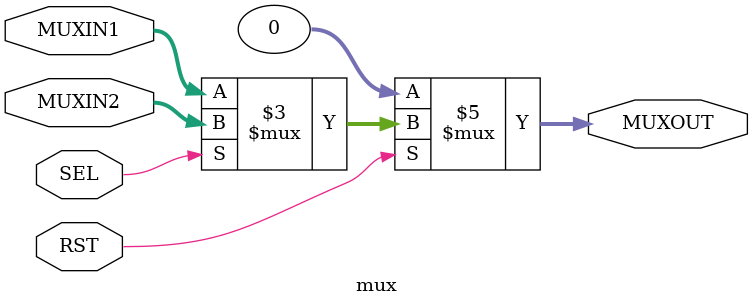
<source format=v>
module mux(MUXIN1, MUXIN2, MUXOUT, SEL, RST);

input RST;
input SEL;
input [31:0] MUXIN1;
input [31:0] MUXIN2;

output reg [31:0] MUXOUT;

always @(*) begin
    $display("MUX: %b %b, SEL: %b, MUXOUT: %b", MUXIN1, MUXIN2, SEL, MUXOUT);
    if(RST == 0) MUXOUT = 32'b0; else
        MUXOUT = SEL ? MUXIN2 : MUXIN1;
end

endmodule
</source>
